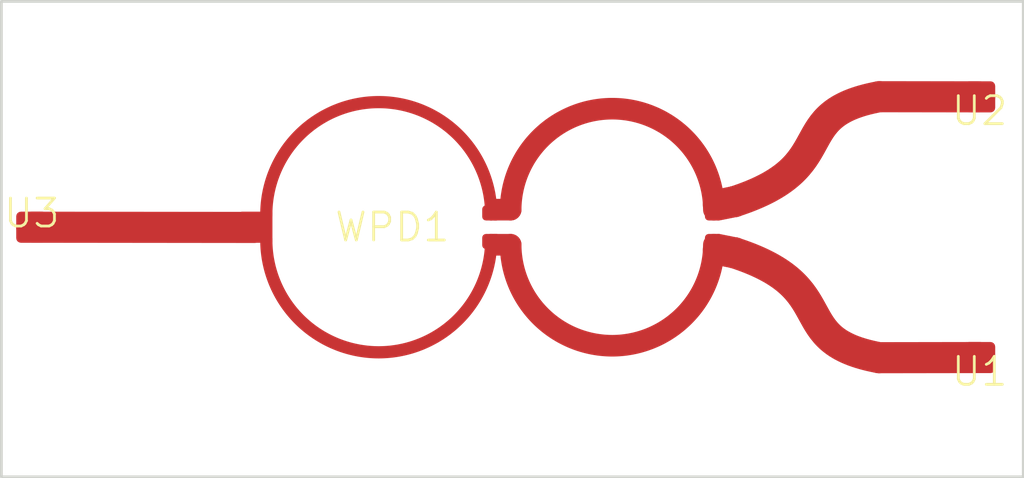
<source format=kicad_pcb>
(kicad_pcb (version 20241229) (generator "pcbnew") (generator_version "9.0")
  (layers (0 "F.Cu" signal) (2 "B.Cu" signal) (13 "F.Paste" user) (15 "B.Paste" user) (5 "F.SilkS" user "F.Silkscreen") (7 "B.SilkS" user "B.Silkscreen") (1 "F.Mask" user) (3 "B.Mask" user) (25 "Edge.Cuts" user))
  (net 0 "")
  (net 1 "Net-(U1-port3)")
  (net 2 "Net-(U2-port2)")
  (net 3 "Net-(U3-port1)")
  (footprint "RF_WPD:WPD_2Ring_3500" (layer "F.Cu") (at 162.49396 77.57414)
    (property "Reference" "WPD1" (at -3.5306 0 0) (layer "F.SilkS") (effects (font (thickness 0.1))))
    (property "Value" "~")
    (fp_line (start 0.69596 -0.62738) (end 0.12446 -0.62738) (stroke (width 0.77216)) (layer "F.Cu"))
    (fp_line (start 0.69596 0.62738) (end 0.12446 0.62738) (stroke (width 0.77216)) (layer "F.Cu"))
    (fp_line (start 8.1153 -0.8001) (end 8.6868 -0.9144) (stroke (width 1.11252)) (layer "F.Cu"))
    (fp_line (start 8.1153 0.8001) (end 8.6868 0.9144) (stroke (width 1.11252)) (layer "F.Cu"))
    (fp_arc (start -8.03148 -0.4572) (mid -4.01574 -4.47294) (end 0 -0.4572) (stroke (width 0.43688)) (layer "F.Cu"))
    (fp_arc (start 0 0.4572) (mid -4.01574 4.47294) (end -8.03148 0.4572) (stroke (width 0.43688)) (layer "F.Cu"))
    (fp_arc (start 0.69596 -0.62738) (mid 4.32562 -4.25704) (end 7.95528 -0.62738) (stroke (width 0.77216)) (layer "F.Cu"))
    (fp_arc (start 7.95528 0.62738) (mid 4.32562 4.25704) (end 0.69596 0.62738) (stroke (width 0.77216)) (layer "F.Cu"))
    (pad "1" smd rect (at -8.3693 0) (size 1.11252 1.11252) (layers "F.Cu" "F.Mask" "F.Paste") (net 3 "Net-(U3-port1)"))
    (pad "2" smd circle (at 8.6868 -0.9144) (size 1.11252 1.11252) (layers "F.Cu" "F.Mask" "F.Paste") (net 2 "Net-(U2-port2)"))
    (pad "3" smd circle (at 8.6868 0.9144) (size 1.11252 1.11252) (layers "F.Cu" "F.Mask" "F.Paste") (net 1 "Net-(U1-port3)"))
    (pad "4" smd roundrect (at 0 -0.510032) (size 0.64008 0.540004) (layers "F.Cu" "F.Mask" "F.Paste"))
    (pad "5" smd roundrect (at 0 0.510032) (size 0.64008 0.540004) (layers "F.Cu" "F.Mask" "F.Paste"))
    (pad "6" smd roundrect (at 7.95528 -0.510032) (size 0.64008 0.540004) (layers "F.Cu" "F.Mask" "F.Paste"))
    (pad "7" smd roundrect (at 7.95528 0.510032) (size 0.64008 0.540004) (layers "F.Cu" "F.Mask" "F.Paste"))
  )
  (footprint "RF_WPD:Pad for termination" (layer "F.Cu") (at 179.94122 72.91324 180)
    (property "Reference" "U2" (at 0 -0.5 0) (layer "F.SilkS") (effects (font (thickness 0.1))))
    (property "Value" "~")
    (pad "1" smd roundrect (at 0 0 180) (size 1.11252 1.11252) (layers "F.Cu" "F.Mask" "F.Paste") (roundrect_rratio 0.15) (net 2 "Net-(U2-port2)"))
  )
  (footprint "RF_WPD:Pad for termination" (layer "F.Cu") (at 146.08556 77.57414)
    (property "Reference" "U3" (at 0 -0.5 0) (layer "F.SilkS") (effects (font (thickness 0.1))))
    (property "Value" "~")
    (pad "1" smd roundrect (at 0 0) (size 1.11252 1.11252) (layers "F.Cu" "F.Mask" "F.Paste") (roundrect_rratio 0.15) (net 3 "Net-(U3-port1)"))
  )
  (footprint "RF_WPD:Pad for termination" (layer "F.Cu") (at 179.94122 82.23504 180)
    (property "Reference" "U1" (at 0 -0.5 0) (layer "F.SilkS") (effects (font (thickness 0.1))))
    (property "Value" "~")
    (pad "1" smd roundrect (at 0 0 180) (size 1.11252 1.11252) (layers "F.Cu" "F.Mask" "F.Paste") (roundrect_rratio 0.15) (net 1 "Net-(U1-port3)"))
  )
  (gr_curve (pts (xy 171.18076 76.65974) (xy 171.18076 76.65974) (xy 171.18076 76.65974) (xy 171.18076 76.65974)) (stroke (width 0.2)) (layer "F.Cu"))
  (gr_curve (pts (xy 171.18076 76.65974) (xy 171.18076 76.65974) (xy 171.18076 76.65974) (xy 171.18076 76.65974)) (stroke (width 0.2)) (layer "F.Cu"))
  (gr_curve (pts (xy 176.3522 72.90816) (xy 179.94122 72.91324) (xy 179.94122 72.91324) (xy 179.94122 72.91324)) (stroke (width 1.11252)) (layer "F.Cu") (net 2))
  (gr_curve (pts (xy 171.18076 76.65974) (xy 171.18076 76.65974) (xy 171.18076 76.65974) (xy 171.18076 76.65974)) (stroke (width 0.2)) (layer "F.Cu"))
  (gr_line (start 154.0256 77.58176) (end 146.08556 77.57414) (stroke (width 1.11252)) (layer "F.Cu") (net 3))
  (gr_curve (pts (xy 176.3522 82.24012) (xy 179.94122 82.23504) (xy 179.94122 82.23504) (xy 179.94122 82.23504)) (stroke (width 1.11252)) (layer "F.Cu") (net 1))
  (gr_curve (pts (xy 171.18076 76.65974) (xy 175.08728 75.39482) (xy 172.97908 73.53554) (xy 176.3522 72.90816)) (stroke (width 1.11252)) (layer "F.Cu") (net 2))
  (gr_curve (pts (xy 171.18076 78.48854) (xy 175.08728 79.75346) (xy 172.97908 81.61274) (xy 176.3522 82.24012)) (stroke (width 1.11252)) (layer "F.Cu") (net 1))
  (gr_rect (start 145 69.5) (end 181.5 86.5) (stroke (width 0.1)) (fill no) (layer "Edge.Cuts"))
)
</source>
